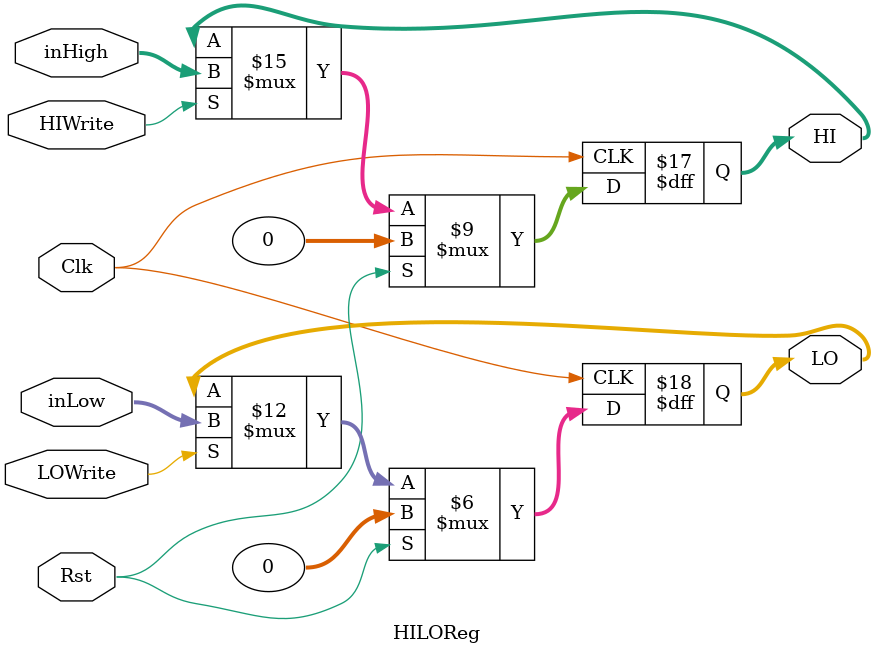
<source format=v>
`timescale 1ns / 1ps
module HILOReg( inHigh,inLow,HI,LO,HIWrite,LOWrite,Rst,Clk);

input  [31:0] inHigh,inLow;
input Clk,Rst,HIWrite,LOWrite;
output reg [31:0] HI,LO;

always@(posedge Clk)
begin
if (HIWrite == 1)
begin
	HI = inHigh;
end

if (LOWrite == 1)
begin
LO = inLow;
end

if (Rst == 1)
begin
	HI = 32'd0;
	LO = 32'd0;
end

end

endmodule

</source>
